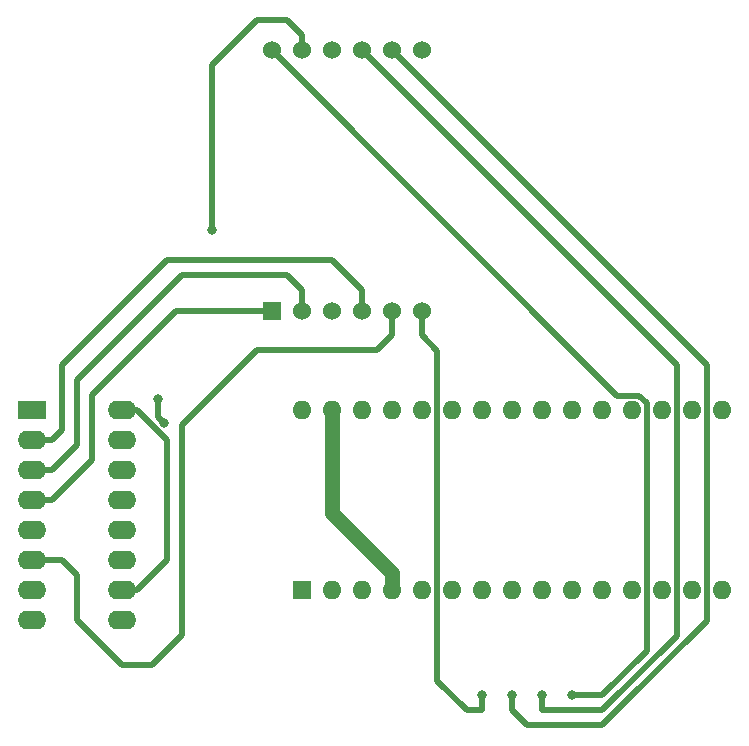
<source format=gbr>
%TF.GenerationSoftware,KiCad,Pcbnew,(5.1.6)-1*%
%TF.CreationDate,2021-01-01T00:29:57-06:00*%
%TF.ProjectId,BoardDesign,426f6172-6444-4657-9369-676e2e6b6963,rev?*%
%TF.SameCoordinates,Original*%
%TF.FileFunction,Copper,L2,Bot*%
%TF.FilePolarity,Positive*%
%FSLAX46Y46*%
G04 Gerber Fmt 4.6, Leading zero omitted, Abs format (unit mm)*
G04 Created by KiCad (PCBNEW (5.1.6)-1) date 2021-01-01 00:29:57*
%MOMM*%
%LPD*%
G01*
G04 APERTURE LIST*
%TA.AperFunction,ComponentPad*%
%ADD10O,2.400000X1.600000*%
%TD*%
%TA.AperFunction,ComponentPad*%
%ADD11R,2.400000X1.600000*%
%TD*%
%TA.AperFunction,ComponentPad*%
%ADD12C,1.524000*%
%TD*%
%TA.AperFunction,ComponentPad*%
%ADD13R,1.524000X1.524000*%
%TD*%
%TA.AperFunction,ComponentPad*%
%ADD14O,1.600000X1.600000*%
%TD*%
%TA.AperFunction,ComponentPad*%
%ADD15R,1.600000X1.600000*%
%TD*%
%TA.AperFunction,ViaPad*%
%ADD16C,0.800000*%
%TD*%
%TA.AperFunction,Conductor*%
%ADD17C,1.250000*%
%TD*%
%TA.AperFunction,Conductor*%
%ADD18C,0.500000*%
%TD*%
G04 APERTURE END LIST*
D10*
%TO.P,U2,16*%
%TO.N,Net-(A1-Pad27)*%
X121920000Y-60960000D03*
%TO.P,U2,8*%
%TO.N,GND*%
X114300000Y-78740000D03*
%TO.P,U2,15*%
%TO.N,Net-(U1-Pad11)*%
X121920000Y-63500000D03*
%TO.P,U2,7*%
%TO.N,Net-(U1-Pad3)*%
X114300000Y-76200000D03*
%TO.P,U2,14*%
%TO.N,Net-(A1-Pad13)*%
X121920000Y-66040000D03*
%TO.P,U2,6*%
%TO.N,Net-(U1-Pad5)*%
X114300000Y-73660000D03*
%TO.P,U2,13*%
%TO.N,GND*%
X121920000Y-68580000D03*
%TO.P,U2,5*%
%TO.N,Net-(U1-Pad10)*%
X114300000Y-71120000D03*
%TO.P,U2,12*%
%TO.N,Net-(A1-Pad15)*%
X121920000Y-71120000D03*
%TO.P,U2,4*%
%TO.N,Net-(U1-Pad1)*%
X114300000Y-68580000D03*
%TO.P,U2,11*%
%TO.N,Net-(A1-Pad14)*%
X121920000Y-73660000D03*
%TO.P,U2,3*%
%TO.N,Net-(U1-Pad2)*%
X114300000Y-66040000D03*
%TO.P,U2,10*%
%TO.N,Net-(A1-Pad27)*%
X121920000Y-76200000D03*
%TO.P,U2,2*%
%TO.N,Net-(U1-Pad4)*%
X114300000Y-63500000D03*
%TO.P,U2,9*%
%TO.N,Net-(U2-Pad9)*%
X121920000Y-78740000D03*
D11*
%TO.P,U2,1*%
%TO.N,Net-(U1-Pad7)*%
X114300000Y-60960000D03*
%TD*%
D12*
%TO.P,U1,6*%
%TO.N,Net-(R1-Pad1)*%
X147320000Y-52578000D03*
%TO.P,U1,5*%
%TO.N,Net-(U1-Pad5)*%
X144780000Y-52578000D03*
%TO.P,U1,4*%
%TO.N,Net-(U1-Pad4)*%
X142240000Y-52578000D03*
%TO.P,U1,3*%
%TO.N,Net-(U1-Pad3)*%
X139700000Y-52578000D03*
%TO.P,U1,2*%
%TO.N,Net-(U1-Pad2)*%
X137160000Y-52578000D03*
D13*
%TO.P,U1,1*%
%TO.N,Net-(U1-Pad1)*%
X134620000Y-52578000D03*
D12*
%TO.P,U1,7*%
%TO.N,Net-(U1-Pad7)*%
X147320000Y-30480000D03*
%TO.P,U1,8*%
%TO.N,Net-(R2-Pad2)*%
X144780000Y-30480000D03*
%TO.P,U1,9*%
%TO.N,Net-(R3-Pad1)*%
X142240000Y-30480000D03*
%TO.P,U1,10*%
%TO.N,Net-(U1-Pad10)*%
X139700000Y-30480000D03*
%TO.P,U1,11*%
%TO.N,Net-(U1-Pad11)*%
X137160000Y-30480000D03*
%TO.P,U1,12*%
%TO.N,Net-(R4-Pad1)*%
X134620000Y-30480000D03*
%TD*%
D14*
%TO.P,A1,16*%
%TO.N,Net-(A1-Pad16)*%
X172720000Y-60960000D03*
%TO.P,A1,15*%
%TO.N,Net-(A1-Pad15)*%
X172720000Y-76200000D03*
%TO.P,A1,30*%
%TO.N,Net-(A1-Pad30)*%
X137160000Y-60960000D03*
%TO.P,A1,14*%
%TO.N,Net-(A1-Pad14)*%
X170180000Y-76200000D03*
%TO.P,A1,29*%
%TO.N,GND*%
X139700000Y-60960000D03*
%TO.P,A1,13*%
%TO.N,Net-(A1-Pad13)*%
X167640000Y-76200000D03*
%TO.P,A1,28*%
%TO.N,Net-(A1-Pad28)*%
X142240000Y-60960000D03*
%TO.P,A1,12*%
%TO.N,Net-(A1-Pad12)*%
X165100000Y-76200000D03*
%TO.P,A1,27*%
%TO.N,Net-(A1-Pad27)*%
X144780000Y-60960000D03*
%TO.P,A1,11*%
%TO.N,Net-(A1-Pad11)*%
X162560000Y-76200000D03*
%TO.P,A1,26*%
%TO.N,Net-(A1-Pad26)*%
X147320000Y-60960000D03*
%TO.P,A1,10*%
%TO.N,Net-(A1-Pad10)*%
X160020000Y-76200000D03*
%TO.P,A1,25*%
%TO.N,Net-(A1-Pad25)*%
X149860000Y-60960000D03*
%TO.P,A1,9*%
%TO.N,Net-(A1-Pad9)*%
X157480000Y-76200000D03*
%TO.P,A1,24*%
%TO.N,Net-(A1-Pad24)*%
X152400000Y-60960000D03*
%TO.P,A1,8*%
%TO.N,Net-(A1-Pad8)*%
X154940000Y-76200000D03*
%TO.P,A1,23*%
%TO.N,Net-(A1-Pad23)*%
X154940000Y-60960000D03*
%TO.P,A1,7*%
%TO.N,Net-(A1-Pad7)*%
X152400000Y-76200000D03*
%TO.P,A1,22*%
%TO.N,Net-(A1-Pad22)*%
X157480000Y-60960000D03*
%TO.P,A1,6*%
%TO.N,Net-(A1-Pad6)*%
X149860000Y-76200000D03*
%TO.P,A1,21*%
%TO.N,Net-(A1-Pad21)*%
X160020000Y-60960000D03*
%TO.P,A1,5*%
%TO.N,Net-(A1-Pad5)*%
X147320000Y-76200000D03*
%TO.P,A1,20*%
%TO.N,Net-(A1-Pad20)*%
X162560000Y-60960000D03*
%TO.P,A1,4*%
%TO.N,GND*%
X144780000Y-76200000D03*
%TO.P,A1,19*%
%TO.N,Net-(A1-Pad19)*%
X165100000Y-60960000D03*
%TO.P,A1,3*%
%TO.N,Net-(A1-Pad3)*%
X142240000Y-76200000D03*
%TO.P,A1,18*%
%TO.N,Net-(A1-Pad18)*%
X167640000Y-60960000D03*
%TO.P,A1,2*%
%TO.N,Net-(A1-Pad2)*%
X139700000Y-76200000D03*
%TO.P,A1,17*%
%TO.N,Net-(A1-Pad17)*%
X170180000Y-60960000D03*
D15*
%TO.P,A1,1*%
%TO.N,Net-(A1-Pad1)*%
X137160000Y-76200000D03*
%TD*%
D16*
%TO.N,Net-(A1-Pad13)*%
X125000000Y-60000000D03*
X125466041Y-62033959D03*
%TO.N,Net-(R1-Pad1)*%
X152400000Y-85090000D03*
%TO.N,Net-(R2-Pad2)*%
X154940000Y-85090000D03*
%TO.N,Net-(R3-Pad1)*%
X157480000Y-85090000D03*
%TO.N,Net-(R4-Pad1)*%
X160020000Y-85090000D03*
%TO.N,Net-(U1-Pad11)*%
X129540000Y-45720000D03*
X129540000Y-45720000D03*
%TD*%
D17*
%TO.N,GND*%
X139700000Y-60960000D02*
X139700000Y-69700000D01*
X144780000Y-74780000D02*
X144780000Y-76200000D01*
X139700000Y-69700000D02*
X144780000Y-74780000D01*
D18*
%TO.N,Net-(A1-Pad13)*%
X125000000Y-60000000D02*
X125000000Y-61567918D01*
X125000000Y-61567918D02*
X125466041Y-62033959D01*
%TO.N,Net-(A1-Pad27)*%
X125730000Y-73660000D02*
X123190000Y-76200000D01*
X125730000Y-63500000D02*
X125730000Y-73660000D01*
X123190000Y-76200000D02*
X121920000Y-76200000D01*
X121920000Y-60960000D02*
X123190000Y-60960000D01*
X123190000Y-60960000D02*
X125730000Y-63500000D01*
%TO.N,Net-(R1-Pad1)*%
X147320000Y-52578000D02*
X147320000Y-54610000D01*
X148609999Y-55899999D02*
X148609999Y-83839999D01*
X147320000Y-54610000D02*
X148609999Y-55899999D01*
X148609999Y-83839999D02*
X151130000Y-86360000D01*
X151130000Y-86360000D02*
X152400000Y-86360000D01*
X152400000Y-86360000D02*
X152400000Y-85090000D01*
X152400000Y-85090000D02*
X152400000Y-85090000D01*
%TO.N,Net-(R2-Pad2)*%
X171430001Y-57130001D02*
X171430001Y-78759999D01*
X144780000Y-30480000D02*
X171430001Y-57130001D01*
X171430001Y-78759999D02*
X163830000Y-86360000D01*
X163830000Y-86360000D02*
X162560000Y-87630000D01*
X162560000Y-87630000D02*
X156210000Y-87630000D01*
X156210000Y-87630000D02*
X154940000Y-86360000D01*
X154940000Y-86360000D02*
X154940000Y-85090000D01*
X154940000Y-85090000D02*
X154940000Y-85090000D01*
%TO.N,Net-(R3-Pad1)*%
X168890001Y-57130001D02*
X168890001Y-80029999D01*
X142240000Y-30480000D02*
X168890001Y-57130001D01*
X168890001Y-80029999D02*
X162560000Y-86360000D01*
X162560000Y-86360000D02*
X157480000Y-86360000D01*
X157480000Y-86360000D02*
X157480000Y-85090000D01*
X157480000Y-85090000D02*
X157480000Y-85090000D01*
%TO.N,Net-(R4-Pad1)*%
X166350001Y-60359999D02*
X166350001Y-78759999D01*
X165700001Y-59709999D02*
X166350001Y-60359999D01*
X134620000Y-30480000D02*
X163849999Y-59709999D01*
X163849999Y-59709999D02*
X165700001Y-59709999D01*
X166350001Y-78759999D02*
X166350001Y-81299999D01*
X166350001Y-81299999D02*
X162560000Y-85090000D01*
X162560000Y-85090000D02*
X160020000Y-85090000D01*
X160020000Y-85090000D02*
X160020000Y-85090000D01*
%TO.N,Net-(U1-Pad5)*%
X144780000Y-52578000D02*
X144780000Y-54610000D01*
X144780000Y-54610000D02*
X143510000Y-55880000D01*
X143510000Y-55880000D02*
X133350000Y-55880000D01*
X133350000Y-55880000D02*
X127000000Y-62230000D01*
X127000000Y-62230000D02*
X127000000Y-80010000D01*
X127000000Y-80010000D02*
X124460000Y-82550000D01*
X124460000Y-82550000D02*
X121920000Y-82550000D01*
X121920000Y-82550000D02*
X118110000Y-78740000D01*
X118110000Y-78740000D02*
X118110000Y-74930000D01*
X116840000Y-73660000D02*
X114300000Y-73660000D01*
X118110000Y-74930000D02*
X116840000Y-73660000D01*
%TO.N,Net-(U1-Pad4)*%
X142240000Y-50800000D02*
X142240000Y-52578000D01*
X139700000Y-48260000D02*
X142240000Y-50800000D01*
X116000000Y-63500000D02*
X116840000Y-62660000D01*
X114300000Y-63500000D02*
X116000000Y-63500000D01*
X116840000Y-57150000D02*
X125730000Y-48260000D01*
X125730000Y-48260000D02*
X139700000Y-48260000D01*
X116840000Y-62660000D02*
X116840000Y-57150000D01*
%TO.N,Net-(U1-Pad2)*%
X116000000Y-66040000D02*
X118110000Y-63930000D01*
X114300000Y-66040000D02*
X116000000Y-66040000D01*
X118110000Y-63930000D02*
X118110000Y-58420000D01*
X118110000Y-58420000D02*
X127000000Y-49530000D01*
X127000000Y-49530000D02*
X135890000Y-49530000D01*
X137160000Y-50800000D02*
X137160000Y-52578000D01*
X135890000Y-49530000D02*
X137160000Y-50800000D01*
%TO.N,Net-(U1-Pad1)*%
X119380000Y-59690000D02*
X126492000Y-52578000D01*
X119380000Y-65200000D02*
X119380000Y-59690000D01*
X114300000Y-68580000D02*
X116000000Y-68580000D01*
X126492000Y-52578000D02*
X134620000Y-52578000D01*
X116000000Y-68580000D02*
X119380000Y-65200000D01*
%TO.N,Net-(U1-Pad11)*%
X137160000Y-30480000D02*
X137160000Y-29210000D01*
X137160000Y-29210000D02*
X135890000Y-27940000D01*
X135890000Y-27940000D02*
X135366238Y-27940000D01*
X135366238Y-27940000D02*
X133350000Y-27940000D01*
X133350000Y-27940000D02*
X132080000Y-29210000D01*
X132080000Y-29210000D02*
X129540000Y-31750000D01*
X129540000Y-31750000D02*
X129540000Y-45720000D01*
X129540000Y-45720000D02*
X129540000Y-45720000D01*
X129540000Y-45720000D02*
X129540000Y-45720000D01*
%TD*%
M02*

</source>
